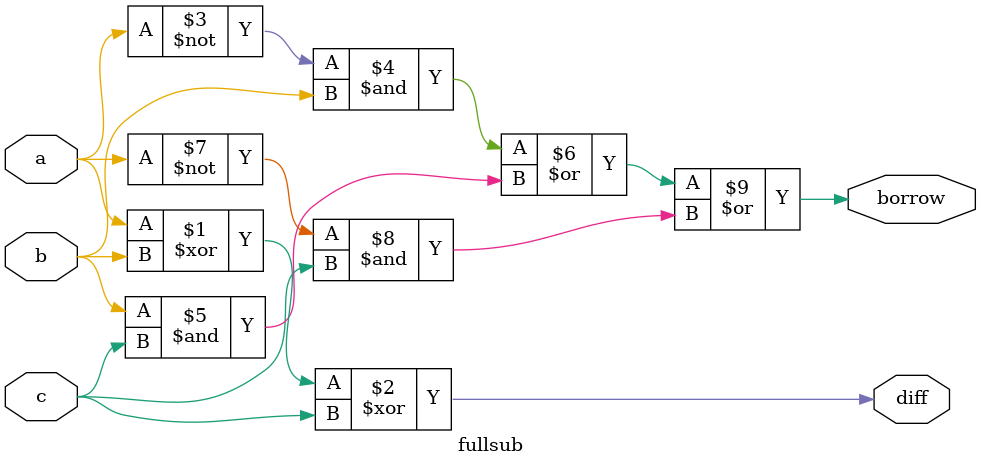
<source format=v>
module fullsub( 
	input a,b,c,
	output diff,borrow);
	
	assign diff=a^b^c;
	assign borrow=(~a&b)|(b&c)|(~a&c);
endmodule

</source>
